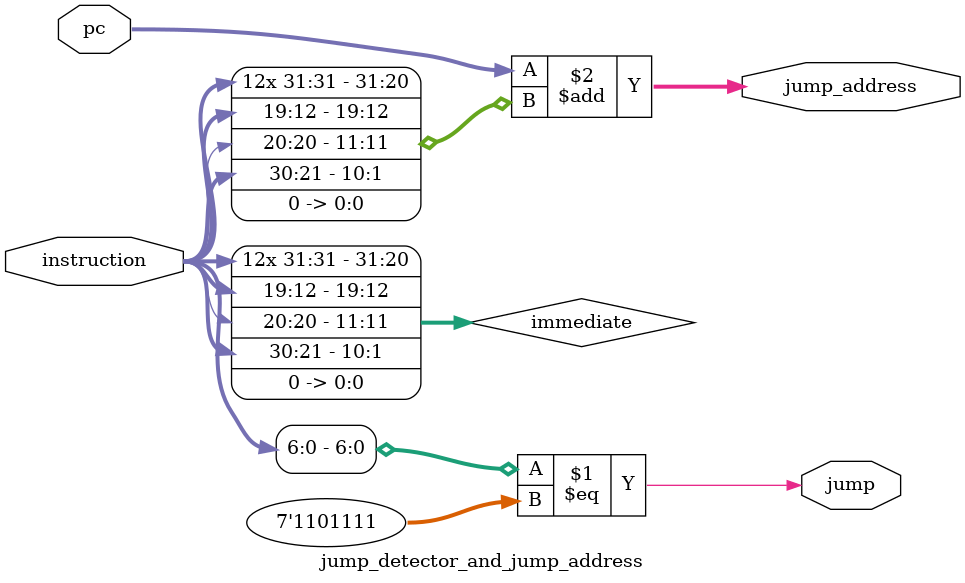
<source format=v>
`timescale 1ns / 1ps


module jump_detector_and_jump_address(
input [31:0]pc,
input [31:0]instruction,
output jump,
output [31:0] jump_address
    );
    
    wire [31:0]immediate;
    
    assign jump=            (instruction[6:0]==7'b1101111);
    assign immediate=       {{12{instruction[31]}},instruction[31],instruction[19:12],instruction[20],instruction[30:21],1'b0};
    assign jump_address=    pc+immediate;
endmodule

</source>
